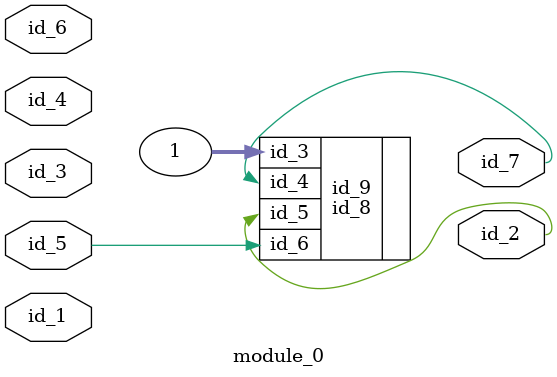
<source format=v>
module module_0 (
    id_1,
    id_2,
    id_3,
    id_4,
    id_5,
    id_6,
    id_7
);
  output id_7;
  input id_6;
  input id_5;
  input id_4;
  input id_3;
  output id_2;
  input id_1;
  id_8 id_9 (
      .id_4(id_7),
      .id_3(1),
      .id_6(id_5),
      .id_6(id_5),
      .id_5(id_2)
  );
  id_10 id_11 (
      .id_3(id_2),
      .id_9(1),
      .id_1(id_1),
      .id_3(id_3),
      .id_1(id_1)
  );
endmodule

</source>
